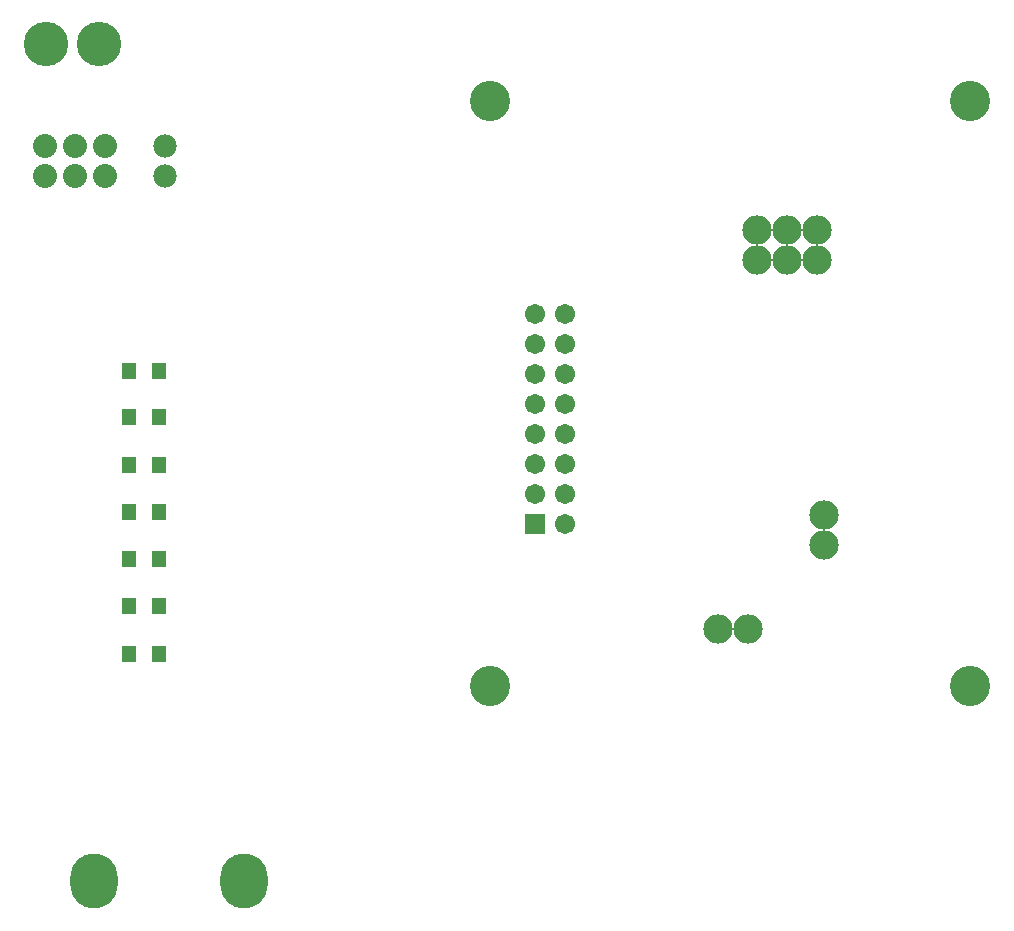
<source format=gts>
G04 Layer_Color=8388736*
%FSLAX24Y24*%
%MOIN*%
G70*
G01*
G75*
%ADD33R,0.0513X0.0572*%
%ADD34C,0.0671*%
%ADD35R,0.0671X0.0671*%
%ADD36O,0.1580X0.1830*%
%ADD37C,0.1480*%
%ADD38C,0.0780*%
%ADD39C,0.0800*%
%ADD40C,0.1340*%
%ADD41C,0.0980*%
D33*
X5004Y11686D02*
D03*
X4020D02*
D03*
X4997Y14835D02*
D03*
X4013D02*
D03*
X4997Y16410D02*
D03*
X4013D02*
D03*
X4997Y13261D02*
D03*
X4013D02*
D03*
X4997Y17985D02*
D03*
X4013D02*
D03*
X4997Y19565D02*
D03*
X4013D02*
D03*
X4992Y21100D02*
D03*
X4008D02*
D03*
D34*
X18550Y23000D02*
D03*
X17550D02*
D03*
X18550Y22000D02*
D03*
X17550D02*
D03*
X18550Y21000D02*
D03*
X17550D02*
D03*
X18550Y20000D02*
D03*
X17550D02*
D03*
X18550Y19000D02*
D03*
X17550D02*
D03*
X18550Y18000D02*
D03*
X17550D02*
D03*
X18550Y17000D02*
D03*
X17550D02*
D03*
X18550Y16000D02*
D03*
D35*
X17550D02*
D03*
D36*
X2835Y4094D02*
D03*
X7835D02*
D03*
D37*
X3000Y32000D02*
D03*
X1250D02*
D03*
D38*
X5200Y28600D02*
D03*
Y27600D02*
D03*
D39*
X3200Y28600D02*
D03*
Y27600D02*
D03*
X2200Y28600D02*
D03*
Y27600D02*
D03*
X1200Y28600D02*
D03*
Y27600D02*
D03*
D40*
X16050Y10617D02*
D03*
X32050D02*
D03*
Y30117D02*
D03*
X16050D02*
D03*
D41*
X26932Y24790D02*
D03*
Y25790D02*
D03*
X25932D02*
D03*
X24932D02*
D03*
Y24790D02*
D03*
X25932D02*
D03*
X27182Y16290D02*
D03*
Y15290D02*
D03*
X24632Y12490D02*
D03*
X23632D02*
D03*
M02*

</source>
